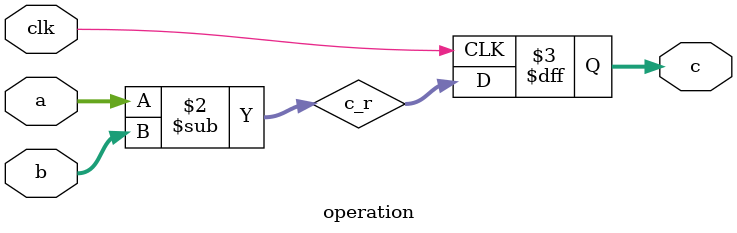
<source format=v>
module operation
#(parameter op = 1'b1)
(clk,a,b,c);
input [3:0] a,b;
output reg [4:0] c;
input clk;
 
parameter add = 1'b0;
parameter sub = 1'b1;
wire [4:0] c_r;
generate 
	if( op == add ) begin 
		assign c_r = a + b;
	end
	else if( op == sub) begin 
		assign c_r = a - b;
	end
endgenerate 

always @(posedge clk) begin 
	c <= c_r;
end
endmodule 

</source>
